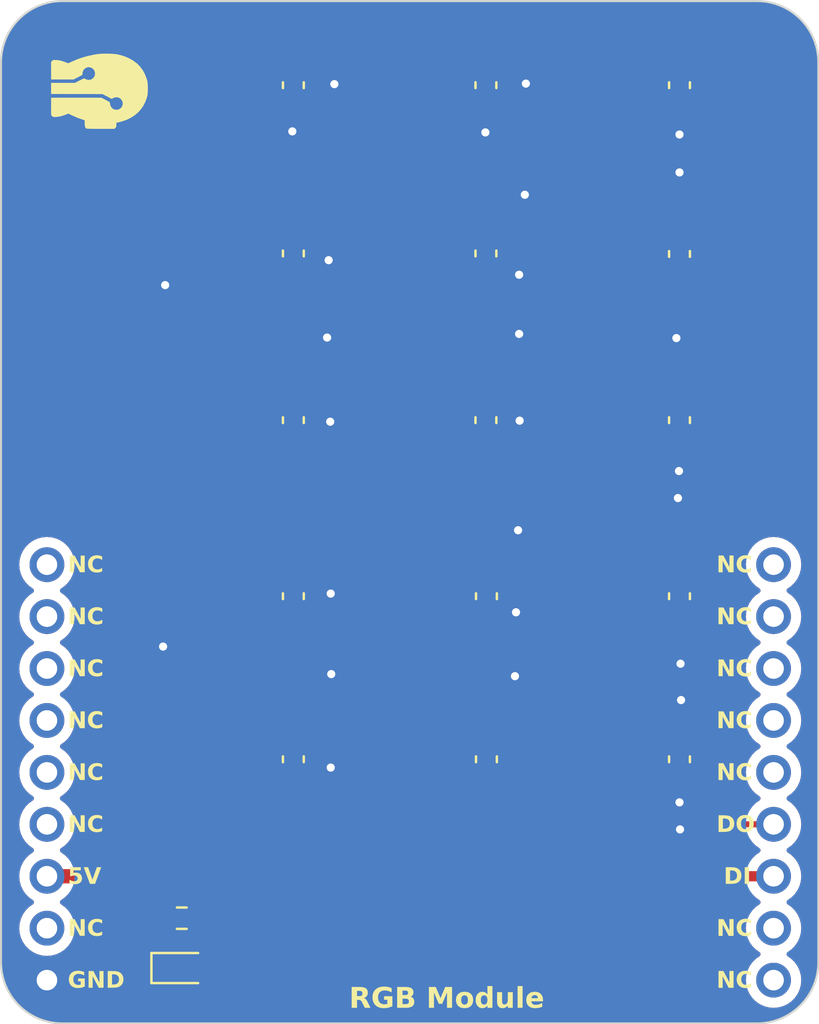
<source format=kicad_pcb>
(kicad_pcb (version 20221018) (generator pcbnew)
  (layers (0 "F.Cu" signal) (31 "B.Cu" signal) (34 "B.Paste" user) (35 "F.Paste" user) (36 "B.SilkS" user "B.Silkscreen") (37 "F.SilkS" user "F.Silkscreen") (38 "B.Mask" user) (39 "F.Mask" user) (44 "Edge.Cuts" user))
  (net 0 "")
  (net 1 "+5V")
  (net 2 "GND")
  (net 3 "Net-(D1-DOUT)")
  (net 4 "DIN")
  (net 5 "Net-(D2-DOUT)")
  (net 6 "Net-(D11-DOUT)")
  (net 7 "Net-(D3-DOUT)")
  (net 8 "Net-(D12-DOUT)")
  (net 9 "Net-(D4-DOUT)")
  (net 10 "Net-(D13-DOUT)")
  (net 11 "Net-(D10-DIN)")
  (net 12 "Net-(D14-DOUT)")
  (net 13 "Net-(D10-DOUT)")
  (net 14 "DOUT")
  (net 29 "Net-(D5-DOUT)")
  (net 30 "Net-(D6-DOUT)")
  (net 31 "Net-(D7-DOUT)")
  (net 32 "Net-(D8-DOUT)")
  (net 33 "Net-(D16-A)")
  (footprint "Capacitor_SMD:C_0603_1608Metric" (layer "F.Cu") (at 123.8504 74.168 -90)
    (fp_text reference "C1" hide)
    (fp_text value "0.1uF" hide)
    (pad "1" smd roundrect (at -0.775 0 270) (size 0.9 0.95) (layers "F.Cu" "F.Paste" "F.Mask") (net 1 "+5V"))
    (pad "2" smd roundrect (at 0.775 0 270) (size 0.9 0.95) (layers "F.Cu" "F.Paste" "F.Mask") (net 2 "GND"))
  )
  (footprint "LED_SMD:LED_WS2812B_PLCC4_5.0x5.0mm_P3.2mm" (layer "F.Cu") (at 110.617 51.054 -90)
    (fp_text reference "D11" hide)
    (fp_text value "WS2812B" hide)
    (pad "1" smd rect (at -2.45 -1.65 270) (size 1.5 0.9) (layers "F.Cu" "F.Paste" "F.Mask") (net 1 "+5V"))
    (pad "2" smd rect (at -2.45 1.65 270) (size 1.5 0.9) (layers "F.Cu" "F.Paste" "F.Mask") (net 6 "Net-(D11-DOUT)"))
    (pad "3" smd rect (at 2.45 1.65 270) (size 1.5 0.9) (layers "F.Cu" "F.Paste" "F.Mask") (net 2 "GND"))
    (pad "4" smd rect (at 2.45 -1.65 270) (size 1.5 0.9) (layers "F.Cu" "F.Paste" "F.Mask") (net 13 "Net-(D10-DOUT)"))
  )
  (footprint "Resistor_SMD:R_0603_1608Metric" (layer "F.Cu") (at 99.4918 81.9404)
    (fp_text reference "R1" hide)
    (fp_text value "470r" hide)
    (pad "1" smd roundrect (at -0.825 0) (size 0.8 0.95) (layers "F.Cu" "F.Paste" "F.Mask") (net 1 "+5V"))
    (pad "2" smd roundrect (at 0.825 0) (size 0.8 0.95) (layers "F.Cu" "F.Paste" "F.Mask") (net 33 "Net-(D16-A)"))
  )
  (footprint "Capacitor_SMD:C_0603_1608Metric" (layer "F.Cu") (at 123.8504 66.1924 -90)
    (fp_text reference "C6" hide)
    (fp_text value "0.1uF" hide)
    (pad "1" smd roundrect (at -0.775 0 270) (size 0.9 0.95) (layers "F.Cu" "F.Paste" "F.Mask") (net 1 "+5V"))
    (pad "2" smd roundrect (at 0.775 0 270) (size 0.9 0.95) (layers "F.Cu" "F.Paste" "F.Mask") (net 2 "GND"))
  )
  (footprint "LED_SMD:LED_0603_1608Metric" (layer "F.Cu") (at 99.4918 84.3788)
    (fp_text reference "D16" hide)
    (fp_text value "LED" hide)
    (pad "1" smd roundrect (at -0.7875 0) (size 0.875 0.95) (layers "F.Cu" "F.Paste" "F.Mask") (net 2 "GND"))
    (pad "2" smd roundrect (at 0.7875 0) (size 0.875 0.95) (layers "F.Cu" "F.Paste" "F.Mask") (net 33 "Net-(D16-A)"))
  )
  (footprint "Capacitor_SMD:C_0603_1608Metric" (layer "F.Cu") (at 104.9528 49.4284 -90)
    (fp_text reference "C10" hide)
    (fp_text value "0.1uF" hide)
    (pad "1" smd roundrect (at -0.775 0 270) (size 0.9 0.95) (layers "F.Cu" "F.Paste" "F.Mask") (net 1 "+5V"))
    (pad "2" smd roundrect (at 0.775 0 270) (size 0.9 0.95) (layers "F.Cu" "F.Paste" "F.Mask") (net 2 "GND"))
  )
  (footprint "Capacitor_SMD:C_0603_1608Metric" (layer "F.Cu") (at 114.3762 41.1988 -90)
    (fp_text reference "C14" hide)
    (fp_text value "0.1uF" hide)
    (pad "1" smd roundrect (at -0.775 0 270) (size 0.9 0.95) (layers "F.Cu" "F.Paste" "F.Mask") (net 1 "+5V"))
    (pad "2" smd roundrect (at 0.775 0 270) (size 0.9 0.95) (layers "F.Cu" "F.Paste" "F.Mask") (net 2 "GND"))
  )
  (footprint "Capacitor_SMD:C_0603_1608Metric" (layer "F.Cu") (at 114.3762 49.4284 -90)
    (fp_text reference "C11" hide)
    (fp_text value "0.1uF" hide)
    (pad "1" smd roundrect (at -0.775 0 270) (size 0.9 0.95) (layers "F.Cu" "F.Paste" "F.Mask") (net 1 "+5V"))
    (pad "2" smd roundrect (at 0.775 0 270) (size 0.9 0.95) (layers "F.Cu" "F.Paste" "F.Mask") (net 2 "GND"))
  )
  (footprint "Capacitor_SMD:C_0603_1608Metric" (layer "F.Cu") (at 114.4016 66.1924 -90)
    (fp_text reference "C5" hide)
    (fp_text value "0.1uF" hide)
    (pad "1" smd roundrect (at -0.775 0 270) (size 0.9 0.95) (layers "F.Cu" "F.Paste" "F.Mask") (net 1 "+5V"))
    (pad "2" smd roundrect (at 0.775 0 270) (size 0.9 0.95) (layers "F.Cu" "F.Paste" "F.Mask") (net 2 "GND"))
  )
  (footprint "Capacitor_SMD:C_0603_1608Metric" (layer "F.Cu") (at 104.9528 57.5818 -90)
    (fp_text reference "C9" hide)
    (fp_text value "0.1uF" hide)
    (pad "1" smd roundrect (at -0.775 0 270) (size 0.9 0.95) (layers "F.Cu" "F.Paste" "F.Mask") (net 1 "+5V"))
    (pad "2" smd roundrect (at 0.775 0 270) (size 0.9 0.95) (layers "F.Cu" "F.Paste" "F.Mask") (net 2 "GND"))
  )
  (footprint "Capacitor_SMD:C_0603_1608Metric" (layer "F.Cu") (at 104.9528 74.168 -90)
    (fp_text reference "C3" hide)
    (fp_text value "0.1uF" hide)
    (pad "1" smd roundrect (at -0.775 0 270) (size 0.9 0.95) (layers "F.Cu" "F.Paste" "F.Mask") (net 1 "+5V"))
    (pad "2" smd roundrect (at 0.775 0 270) (size 0.9 0.95) (layers "F.Cu" "F.Paste" "F.Mask") (net 2 "GND"))
  )
  (footprint "LED_SMD:LED_WS2812B_PLCC4_5.0x5.0mm_P3.2mm" (layer "F.Cu") (at 101.219 42.799 -90)
    (fp_text reference "D15" hide)
    (fp_text value "WS2812B" hide)
    (pad "1" smd rect (at -2.45 -1.65 270) (size 1.5 0.9) (layers "F.Cu" "F.Paste" "F.Mask") (net 1 "+5V"))
    (pad "2" smd rect (at -2.45 1.65 270) (size 1.5 0.9) (layers "F.Cu" "F.Paste" "F.Mask") (net 14 "DOUT"))
    (pad "3" smd rect (at 2.45 1.65 270) (size 1.5 0.9) (layers "F.Cu" "F.Paste" "F.Mask") (net 2 "GND"))
    (pad "4" smd rect (at 2.45 -1.65 270) (size 1.5 0.9) (layers "F.Cu" "F.Paste" "F.Mask") (net 12 "Net-(D14-DOUT)"))
  )
  (footprint "LED_SMD:LED_WS2812B_PLCC4_5.0x5.0mm_P3.2mm" (layer "F.Cu") (at 119.9896 75.8952 -90)
    (fp_text reference "D1" hide)
    (fp_text value "WS2812B" hide)
    (pad "1" smd rect (at -2.45 -1.65 270) (size 1.5 0.9) (layers "F.Cu" "F.Paste" "F.Mask") (net 1 "+5V"))
    (pad "2" smd rect (at -2.45 1.65 270) (size 1.5 0.9) (layers "F.Cu" "F.Paste" "F.Mask") (net 3 "Net-(D1-DOUT)"))
    (pad "3" smd rect (at 2.45 1.65 270) (size 1.5 0.9) (layers "F.Cu" "F.Paste" "F.Mask") (net 2 "GND"))
    (pad "4" smd rect (at 2.45 -1.65 270) (size 1.5 0.9) (layers "F.Cu" "F.Paste" "F.Mask") (net 4 "DIN"))
  )
  (footprint "Capacitor_SMD:C_0603_1608Metric" (layer "F.Cu") (at 104.9528 41.1988 -90)
    (fp_text reference "C15" hide)
    (fp_text value "0.1uF" hide)
    (pad "1" smd roundrect (at -0.775 0 270) (size 0.9 0.95) (layers "F.Cu" "F.Paste" "F.Mask") (net 1 "+5V"))
    (pad "2" smd roundrect (at 0.775 0 270) (size 0.9 0.95) (layers "F.Cu" "F.Paste" "F.Mask") (net 2 "GND"))
  )
  (footprint "LED_SMD:LED_WS2812B_PLCC4_5.0x5.0mm_P3.2mm" (layer "F.Cu") (at 110.617 59.3344 -90)
    (fp_text reference "D8" hide)
    (fp_text value "WS2812B" hide)
    (pad "1" smd rect (at -2.45 -1.65 270) (size 1.5 0.9) (layers "F.Cu" "F.Paste" "F.Mask") (net 1 "+5V"))
    (pad "2" smd rect (at -2.45 1.65 270) (size 1.5 0.9) (layers "F.Cu" "F.Paste" "F.Mask") (net 32 "Net-(D8-DOUT)"))
    (pad "3" smd rect (at 2.45 1.65 270) (size 1.5 0.9) (layers "F.Cu" "F.Paste" "F.Mask") (net 2 "GND"))
    (pad "4" smd rect (at 2.45 -1.65 270) (size 1.5 0.9) (layers "F.Cu" "F.Paste" "F.Mask") (net 31 "Net-(D7-DOUT)"))
  )
  (footprint "Capacitor_SMD:C_0603_1608Metric" (layer "F.Cu") (at 114.3762 57.5818 -90)
    (fp_text reference "C8" hide)
    (fp_text value "0.1uF" hide)
    (pad "1" smd roundrect (at -0.775 0 270) (size 0.9 0.95) (layers "F.Cu" "F.Paste" "F.Mask") (net 1 "+5V"))
    (pad "2" smd roundrect (at 0.775 0 270) (size 0.9 0.95) (layers "F.Cu" "F.Paste" "F.Mask") (net 2 "GND"))
  )
  (footprint "Capacitor_SMD:C_0603_1608Metric" (layer "F.Cu") (at 104.9528 66.1924 -90)
    (fp_text reference "C4" hide)
    (fp_text value "0.1uF" hide)
    (pad "1" smd roundrect (at -0.775 0 270) (size 0.9 0.95) (layers "F.Cu" "F.Paste" "F.Mask") (net 1 "+5V"))
    (pad "2" smd roundrect (at 0.775 0 270) (size 0.9 0.95) (layers "F.Cu" "F.Paste" "F.Mask") (net 2 "GND"))
  )
  (footprint "LED_SMD:LED_WS2812B_PLCC4_5.0x5.0mm_P3.2mm" (layer "F.Cu") (at 120.015 42.799 -90)
    (fp_text reference "D13" hide)
    (fp_text value "WS2812B" hide)
    (pad "1" smd rect (at -2.45 -1.65 270) (size 1.5 0.9) (layers "F.Cu" "F.Paste" "F.Mask") (net 1 "+5V"))
    (pad "2" smd rect (at -2.45 1.65 270) (size 1.5 0.9) (layers "F.Cu" "F.Paste" "F.Mask") (net 10 "Net-(D13-DOUT)"))
    (pad "3" smd rect (at 2.45 1.65 270) (size 1.5 0.9) (layers "F.Cu" "F.Paste" "F.Mask") (net 2 "GND"))
    (pad "4" smd rect (at 2.45 -1.65 270) (size 1.5 0.9) (layers "F.Cu" "F.Paste" "F.Mask") (net 8 "Net-(D12-DOUT)"))
  )
  (footprint "LED_SMD:LED_WS2812B_PLCC4_5.0x5.0mm_P3.2mm" (layer "F.Cu") (at 101.219 75.8952 -90)
    (fp_text reference "D3" hide)
    (fp_text value "WS2812B" hide)
    (pad "1" smd rect (at -2.45 -1.65 270) (size 1.5 0.9) (layers "F.Cu" "F.Paste" "F.Mask") (net 1 "+5V"))
    (pad "2" smd rect (at -2.45 1.65 270) (size 1.5 0.9) (layers "F.Cu" "F.Paste" "F.Mask") (net 7 "Net-(D3-DOUT)"))
    (pad "3" smd rect (at 2.45 1.65 270) (size 1.5 0.9) (layers "F.Cu" "F.Paste" "F.Mask") (net 2 "GND"))
    (pad "4" smd rect (at 2.45 -1.65 270) (size 1.5 0.9) (layers "F.Cu" "F.Paste" "F.Mask") (net 5 "Net-(D2-DOUT)"))
  )
  (footprint "Capacitor_SMD:C_0603_1608Metric" (layer "F.Cu") (at 114.4016 74.168 -90)
    (fp_text reference "C2" hide)
    (fp_text value "0.1uF" hide)
    (pad "1" smd roundrect (at -0.775 0 270) (size 0.9 0.95) (layers "F.Cu" "F.Paste" "F.Mask") (net 1 "+5V"))
    (pad "2" smd roundrect (at 0.775 0 270) (size 0.9 0.95) (layers "F.Cu" "F.Paste" "F.Mask") (net 2 "GND"))
  )
  (footprint "LED_SMD:LED_WS2812B_PLCC4_5.0x5.0mm_P3.2mm" (layer "F.Cu") (at 101.219 59.346 -90)
    (fp_text reference "D9" hide)
    (fp_text value "WS2812B" hide)
    (pad "1" smd rect (at -2.45 -1.65 270) (size 1.5 0.9) (layers "F.Cu" "F.Paste" "F.Mask") (net 1 "+5V"))
    (pad "2" smd rect (at -2.45 1.65 270) (size 1.5 0.9) (layers "F.Cu" "F.Paste" "F.Mask") (net 11 "Net-(D10-DIN)"))
    (pad "3" smd rect (at 2.45 1.65 270) (size 1.5 0.9) (layers "F.Cu" "F.Paste" "F.Mask") (net 2 "GND"))
    (pad "4" smd rect (at 2.45 -1.65 270) (size 1.5 0.9) (layers "F.Cu" "F.Paste" "F.Mask") (net 32 "Net-(D8-DOUT)"))
  )
  (footprint "Capacitor_SMD:C_0603_1608Metric" (layer "F.Cu") (at 123.8504 41.1988 -90)
    (fp_text reference "C13" hide)
    (fp_text value "0.1uF" hide)
    (pad "1" smd roundrect (at -0.775 0 270) (size 0.9 0.95) (layers "F.Cu" "F.Paste" "F.Mask") (net 1 "+5V"))
    (pad "2" smd roundrect (at 0.775 0 270) (size 0.9 0.95) (layers "F.Cu" "F.Paste" "F.Mask") (net 2 "GND"))
  )
  (footprint "LED_SMD:LED_WS2812B_PLCC4_5.0x5.0mm_P3.2mm" (layer "F.Cu") (at 110.617 75.8952 -90)
    (fp_text reference "D2" hide)
    (fp_text value "WS2812B" hide)
    (pad "1" smd rect (at -2.45 -1.65 270) (size 1.5 0.9) (layers "F.Cu" "F.Paste" "F.Mask") (net 1 "+5V"))
    (pad "2" smd rect (at -2.45 1.65 270) (size 1.5 0.9) (layers "F.Cu" "F.Paste" "F.Mask") (net 5 "Net-(D2-DOUT)"))
    (pad "3" smd rect (at 2.45 1.65 270) (size 1.5 0.9) (layers "F.Cu" "F.Paste" "F.Mask") (net 2 "GND"))
    (pad "4" smd rect (at 2.45 -1.65 270) (size 1.5 0.9) (layers "F.Cu" "F.Paste" "F.Mask") (net 3 "Net-(D1-DOUT)"))
  )
  (footprint "LED_SMD:LED_WS2812B_PLCC4_5.0x5.0mm_P3.2mm" (layer "F.Cu") (at 120.015 67.6402 -90)
    (fp_text reference "D6" hide)
    (fp_text value "WS2812B" hide)
    (pad "1" smd rect (at -2.45 -1.65 270) (size 1.5 0.9) (layers "F.Cu" "F.Paste" "F.Mask") (net 1 "+5V"))
    (pad "2" smd rect (at -2.45 1.65 270) (size 1.5 0.9) (layers "F.Cu" "F.Paste" "F.Mask") (net 30 "Net-(D6-DOUT)"))
    (pad "3" smd rect (at 2.45 1.65 270) (size 1.5 0.9) (layers "F.Cu" "F.Paste" "F.Mask") (net 2 "GND"))
    (pad "4" smd rect (at 2.45 -1.65 270) (size 1.5 0.9) (layers "F.Cu" "F.Paste" "F.Mask") (net 29 "Net-(D5-DOUT)"))
  )
  (footprint "LED_SMD:LED_WS2812B_PLCC4_5.0x5.0mm_P3.2mm" (layer "F.Cu") (at 110.617 42.926 -90)
    (fp_text reference "D14" hide)
    (fp_text value "WS2812B" hide)
    (pad "1" smd rect (at -2.45 -1.65 270) (size 1.5 0.9) (layers "F.Cu" "F.Paste" "F.Mask") (net 1 "+5V"))
    (pad "2" smd rect (at -2.45 1.65 270) (size 1.5 0.9) (layers "F.Cu" "F.Paste" "F.Mask") (net 12 "Net-(D14-DOUT)"))
    (pad "3" smd rect (at 2.45 1.65 270) (size 1.5 0.9) (layers "F.Cu" "F.Paste" "F.Mask") (net 2 "GND"))
    (pad "4" smd rect (at 2.45 -1.65 270) (size 1.5 0.9) (layers "F.Cu" "F.Paste" "F.Mask") (net 10 "Net-(D13-DOUT)"))
  )
  (footprint "LED_SMD:LED_WS2812B_PLCC4_5.0x5.0mm_P3.2mm" (layer "F.Cu") (at 120.015 59.3344 -90)
    (fp_text reference "D7" hide)
    (fp_text value "WS2812B" hide)
    (pad "1" smd rect (at -2.45 -1.65 270) (size 1.5 0.9) (layers "F.Cu" "F.Paste" "F.Mask") (net 1 "+5V"))
    (pad "2" smd rect (at -2.45 1.65 270) (size 1.5 0.9) (layers "F.Cu" "F.Paste" "F.Mask") (net 31 "Net-(D7-DOUT)"))
    (pad "3" smd rect (at 2.45 1.65 270) (size 1.5 0.9) (layers "F.Cu" "F.Paste" "F.Mask") (net 2 "GND"))
    (pad "4" smd rect (at 2.45 -1.65 270) (size 1.5 0.9) (layers "F.Cu" "F.Paste" "F.Mask") (net 30 "Net-(D6-DOUT)"))
  )
  (footprint "Capacitor_SMD:C_0603_1608Metric" (layer "F.Cu") (at 123.8504 57.5818 -90)
    (fp_text reference "C7" hide)
    (fp_text value "0.1uF" hide)
    (pad "1" smd roundrect (at -0.775 0 270) (size 0.9 0.95) (layers "F.Cu" "F.Paste" "F.Mask") (net 1 "+5V"))
    (pad "2" smd roundrect (at 0.775 0 270) (size 0.9 0.95) (layers "F.Cu" "F.Paste" "F.Mask") (net 2 "GND"))
  )
  (footprint "LED_SMD:LED_WS2812B_PLCC4_5.0x5.0mm_P3.2mm" (layer "F.Cu") (at 120.015 51.0794 -90)
    (fp_text reference "D12" hide)
    (fp_text value "WS2812B" hide)
    (pad "1" smd rect (at -2.45 -1.65 270) (size 1.5 0.9) (layers "F.Cu" "F.Paste" "F.Mask") (net 1 "+5V"))
    (pad "2" smd rect (at -2.45 1.65 270) (size 1.5 0.9) (layers "F.Cu" "F.Paste" "F.Mask") (net 8 "Net-(D12-DOUT)"))
    (pad "3" smd rect (at 2.45 1.65 270) (size 1.5 0.9) (layers "F.Cu" "F.Paste" "F.Mask") (net 2 "GND"))
    (pad "4" smd rect (at 2.45 -1.65 270) (size 1.5 0.9) (layers "F.Cu" "F.Paste" "F.Mask") (net 6 "Net-(D11-DOUT)"))
  )
  (footprint "LED_SMD:LED_WS2812B_PLCC4_5.0x5.0mm_P3.2mm" (layer "F.Cu") (at 101.219 51.0794 -90)
    (fp_text reference "D10" hide)
    (fp_text value "WS2812B" hide)
    (pad "1" smd rect (at -2.45 -1.65 270) (size 1.5 0.9) (layers "F.Cu" "F.Paste" "F.Mask") (net 1 "+5V"))
    (pad "2" smd rect (at -2.45 1.65 270) (size 1.5 0.9) (layers "F.Cu" "F.Paste" "F.Mask") (net 13 "Net-(D10-DOUT)"))
    (pad "3" smd rect (at 2.45 1.65 270) (size 1.5 0.9) (layers "F.Cu" "F.Paste" "F.Mask") (net 2 "GND"))
    (pad "4" smd rect (at 2.45 -1.65 270) (size 1.5 0.9) (layers "F.Cu" "F.Paste" "F.Mask") (net 11 "Net-(D10-DIN)"))
  )
  (footprint "LED_SMD:LED_WS2812B_PLCC4_5.0x5.0mm_P3.2mm" (layer "F.Cu") (at 101.218 67.6264 -90)
    (fp_text reference "D4" hide)
    (fp_text value "WS2812B" hide)
    (pad "1" smd rect (at -2.45 -1.65 270) (size 1.5 0.9) (layers "F.Cu" "F.Paste" "F.Mask") (net 1 "+5V"))
    (pad "2" smd rect (at -2.45 1.65 270) (size 1.5 0.9) (layers "F.Cu" "F.Paste" "F.Mask") (net 9 "Net-(D4-DOUT)"))
    (pad "3" smd rect (at 2.45 1.65 270) (size 1.5 0.9) (layers "F.Cu" "F.Paste" "F.Mask") (net 2 "GND"))
    (pad "4" smd rect (at 2.45 -1.65 270) (size 1.5 0.9) (layers "F.Cu" "F.Paste" "F.Mask") (net 7 "Net-(D3-DOUT)"))
  )
  (footprint "Moduler_:pin_header_5-3" (layer "F.Cu") (at 110.64463 74.841433)
    (fp_text reference "U1" hide)
    (fp_text value "~" hide)
    (fp_text user "NC" (at 15.014634 -9.683598 unlocked) (layer "F.SilkS") (effects (font (size 0.8 0.8) (thickness 0.2) bold) (justify left bottom)))
    (fp_text user "NC" (at 15.014634 8.096402 unlocked) (layer "F.SilkS") (effects (font (size 0.8 0.8) (thickness 0.2) bold) (justify left bottom)))
    (fp_text user "DI" (at 15.367 5.556402 unlocked) (layer "F.SilkS") (effects (font (size 0.8 0.8) (thickness 0.2) bold) (justify left bottom)))
    (fp_text user "NC" (at -16.735366 -9.683598 unlocked) (layer "F.SilkS") (effects (font (size 0.8 0.8) (thickness 0.2) bold) (justify left bottom)))
    (fp_text user "NC" (at 15.014634 10.636402 unlocked) (layer "F.SilkS") (effects (font (size 0.8 0.8) (thickness 0.2) bold) (justify left bottom)))
    (fp_text user "NC" (at 15.014634 -7.143598 unlocked) (layer "F.SilkS") (effects (font (size 0.8 0.8) (thickness 0.2) bold) (justify left bottom)))
    (fp_text user "NC" (at -16.735366 3.016402 unlocked) (layer "F.SilkS") (effects (font (size 0.8 0.8) (thickness 0.2) bold) (justify left bottom)))
    (fp_text user "RGB Module" (at -2.967336 11.651391 unlocked) (layer "F.SilkS") (effects (font (thickness 0.2) bold) (justify left bottom)))
    (fp_text user "NC" (at -16.735366 -7.143598 unlocked) (layer "F.SilkS") (effects (font (size 0.8 0.8) (thickness 0.2) bold) (justify left bottom)))
    (fp_text user "NC" (at 15.014634 0.476402 unlocked) (layer "F.SilkS") (effects (font (size 0.8 0.8) (thickness 0.2) bold) (justify left bottom)))
    (fp_text user "NC" (at -16.735366 8.096402 unlocked) (layer "F.SilkS") (effects (font (size 0.8 0.8) (thickness 0.2) bold) (justify left bottom)))
    (fp_text user "NC" (at -16.735366 -7.143598 unlocked) (layer "F.SilkS") (effects (font (size 0.8 0.8) (thickness 0.2) bold) (justify left bottom)))
    (fp_text user "NC" (at 15.014634 -4.603598 unlocked) (layer "F.SilkS") (effects (font (size 0.8 0.8) (thickness 0.2) bold) (justify left bottom)))
    (fp_text user "5V" (at -16.735366 5.556402 unlocked) (layer "F.SilkS") (effects (font (size 0.8 0.8) (thickness 0.2) bold) (justify left bottom)))
    (fp_text user "NC" (at 15.014634 10.636402 unlocked) (layer "F.SilkS") (effects (font (size 0.8 0.8) (thickness 0.2) bold) (justify left bottom)))
    (fp_text user "NC" (at 15.014634 0.476402 unlocked) (layer "F.SilkS") (effects (font (size 0.8 0.8) (thickness 0.2) bold) (justify left bottom)))
    (fp_text user "NC" (at 15.014634 8.096402 unlocked) (layer "F.SilkS") (effects (font (size 0.8 0.8) (thickness 0.2) bold) (justify left bottom)))
    (fp_text user "NC" (at 15.014634 -2.063598 unlocked) (layer "F.SilkS") (effects (font (size 0.8 0.8) (thickness 0.2) bold) (justify left bottom)))
    (fp_text user "NC" (at 15.014634 -4.603598 unlocked) (layer "F.SilkS") (effects (font (size 0.8 0.8) (thickness 0.2) bold) (justify left bottom)))
    (fp_text user "NC" (at 15.014634 -2.063598 unlocked) (layer "F.SilkS") (effects (font (size 0.8 0.8) (thickness 0.2) bold) (justify left bottom)))
    (fp_text user "GND" (at -16.735366 10.636402 unlocked) (layer "F.SilkS") (effects (font (size 0.8 0.8) (thickness 0.2) bold) (justify left bottom)))
    (fp_text user "NC" (at -16.735366 -2.063598 unlocked) (layer "F.SilkS") (effects (font (size 0.8 0.8) (thickness 0.2) bold) (justify left bottom)))
    (fp_text user "NC" (at 15.014634 -9.683598 unlocked) (layer "F.SilkS") (effects (font (size 0.8 0.8) (thickness 0.2) bold) (justify left bottom)))
    (fp_text user "NC" (at -16.735366 -4.603598 unlocked) (layer "F.SilkS") (effects (font (size 0.8 0.8) (thickness 0.2) bold) (justify left bottom)))
    (fp_text user "NC" (at 15.014634 -7.143598 unlocked) (layer "F.SilkS") (effects (font (size 0.8 0.8) (thickness 0.2) bold) (justify left bottom)))
    (fp_text user "DO" (at 15.014634 3.016402 unlocked) (layer "F.SilkS") (effects (font (size 0.8 0.8) (thickness 0.2) bold) (justify left bottom)))
    (fp_text user "NC" (at -16.735366 -2.063598 unlocked) (layer "F.SilkS") (effects (font (size 0.8 0.8) (thickness 0.2) bold) (justify left bottom)))
    (fp_text user "NC" (at -16.735366 -4.603598 unlocked) (layer "F.SilkS") (effects (font (size 0.8 0.8) (thickness 0.2) bold) (justify left bottom)))
    (fp_text user "NC" (at -16.735366 0.476402 unlocked) (layer "F.SilkS") (effects (font (size 0.8 0.8) (thickness 0.2) bold) (justify left bottom)))
    (fp_poly (pts (xy 17.154627 -37.750531) (xy 17.306893 -37.738952) (xy 17.456945 -37.719884) (xy 17.604595 -37.693514) (xy 17.749655 -37.660032) (xy 17.891935 -37.619627) (xy 18.031248 -37.572485) (xy 18.167406 -37.518797) (xy 18.300219 -37.458749) (xy 18.429499 -37.392531) (xy 18.555059 -37.320331) (xy 18.676709 -37.242337) (xy 18.794262 -37.158739) (xy 18.907528 -37.069723) (xy 19.01632 -36.975479) (xy 19.120449 -36.876195) (xy 19.219726 -36.772059) (xy 19.313964 -36.66326) (xy 19.402974 -36.549986) (xy 19.486568 -36.432426) (xy 19.564556 -36.310768) (xy 19.636751 -36.1852) (xy 19.702965 -36.055911) (xy 19.763009 -35.923089) (xy 19.816694 -35.786922) (xy 19.863832 -35.6476) (xy 19.904235 -35.50531) (xy 19.937715 -35.360241) (xy 19.964083 -35.212581) (xy 19.98315 -35.062518) (xy 19.994728 -34.910242) (xy 19.99863 -34.755939) (xy 19.99863 9.244306) (xy 19.994728 9.398609) (xy 19.98315 9.550885) (xy 19.964083 9.700948) (xy 19.937715 9.848608) (xy 19.904235 9.993677) (xy 19.863832 10.135968) (xy 19.816694 10.27529) (xy 19.763009 10.411456) (xy 19.702965 10.544278) (xy 19.636751 10.673567) (xy 19.564556 10.799135) (xy 19.486568 10.920794) (xy 19.402974 11.038354) (xy 19.313964 11.151628) (xy 19.219726 11.260427) (xy 19.120449 11.364562) (xy 19.01632 11.463846) (xy 18.907528 11.55809) (xy 18.794262 11.647106) (xy 18.676709 11.730705) (xy 18.555059 11.808698) (xy 18.429499 11.880898) (xy 18.300219 11.947116) (xy 18.167406 12.007163) (xy 18.031248 12.060852) (xy 17.891935 12.107993) (xy 17.749655 12.148399) (xy 17.604595 12.181881) (xy 17.456945 12.20825) (xy 17.306893 12.227319) (xy 17.154627 12.238898) (xy 17.000335 12.2428) (xy -17.000335 12.2428) (xy -17.154626 12.238898) (xy -17.306893 12.227319) (xy -17.456945 12.20825) (xy -17.604596 12.181881) (xy -17.749655 12.148399) (xy -17.891936 12.107993) (xy -18.031249 12.060852) (xy -18.167406 12.007163) (xy -18.30022 11.947116) (xy -18.4295 11.880898) (xy -18.55506 11.808698) (xy -18.67671 11.730705) (xy -18.794262 11.647106) (xy -18.907529 11.55809) (xy -19.016321 11.463846) (xy -19.120449 11.364562) (xy -19.219727 11.260427) (xy -19.313965 11.151628) (xy -19.402975 11.038354) (xy -19.486568 10.920794) (xy -19.564556 10.799135) (xy -19.636752 10.673567) (xy -19.702965 10.544278) (xy -19.763009 10.411456) (xy -19.816694 10.27529) (xy -19.863832 10.135968) (xy -19.904235 9.993677) (xy -19.937715 9.848608) (xy -19.964083 9.700948) (xy -19.98315 9.550885) (xy -19.994728 9.398609) (xy -19.99863 9.244306) (xy -19.99863 -34.755939) (xy -19.994728 -34.910242) (xy -19.98315 -35.062518) (xy -19.964083 -35.212581) (xy -19.937715 -35.360241) (xy -19.904235 -35.50531) (xy -19.863832 -35.6476) (xy -19.816694 -35.786922) (xy -19.763009 -35.923089) (xy -19.702965 -36.055911) (xy -19.636752 -36.1852) (xy -19.564556 -36.310768) (xy -19.486568 -36.432426) (xy -19.402975 -36.549986) (xy -19.313965 -36.66326) (xy -19.219727 -36.772059) (xy -19.120449 -36.876195) (xy -19.016321 -36.975479) (xy -18.907529 -37.069723) (xy -18.794262 -37.158739) (xy -18.67671 -37.242337) (xy -18.55506 -37.320331) (xy -18.4295 -37.392531) (xy -18.30022 -37.458749) (xy -18.167406 -37.518797) (xy -18.031249 -37.572485) (xy -17.891936 -37.619627) (xy -17.749655 -37.660032) (xy -17.604596 -37.693514) (xy -17.456945 -37.719884) (xy -17.306893 -37.738952) (xy -17.154626 -37.750531) (xy -17.000335 -37.754433) (xy 17.000335 -37.754433)) (stroke (width 0.1)) (fill none) (layer "Edge.Cuts"))
    (pad "1" thru_hole oval (at -17.751366 -10.191598) (size 1.7 1.7) (drill 1) (layers "*.Cu" "*.Mask"))
    (pad "1" thru_hole oval (at -17.751366 -10.191598) (size 1.7 1.7) (drill 1) (layers "*.Cu" "*.Mask"))
    (pad "2" thru_hole oval (at -17.751366 -7.651598) (size 1.7 1.7) (drill 1) (layers "*.Cu" "*.Mask"))
    (pad "2" thru_hole oval (at -17.751366 -7.651598) (size 1.7 1.7) (drill 1) (layers "*.Cu" "*.Mask"))
    (pad "3" thru_hole oval (at -17.751366 -5.111598) (size 1.7 1.7) (drill 1) (layers "*.Cu" "*.Mask"))
    (pad "3" thru_hole oval (at -17.751366 -5.111598) (size 1.7 1.7) (drill 1) (layers "*.Cu" "*.Mask"))
    (pad "4" thru_hole oval (at -17.751366 -2.571598) (size 1.7 1.7) (drill 1) (layers "*.Cu" "*.Mask"))
    (pad "4" thru_hole oval (at -17.751366 -2.571598) (size 1.7 1.7) (drill 1) (layers "*.Cu" "*.Mask"))
    (pad "5" thru_hole oval (at -17.751366 -0.031598) (size 1.7 1.7) (drill 1) (layers "*.Cu" "*.Mask"))
    (pad "5" thru_hole oval (at -17.751366 -0.031598) (size 1.7 1.7) (drill 1) (layers "*.Cu" "*.Mask"))
    (pad "6" thru_hole oval (at -17.751366 2.508402) (size 1.7 1.7) (drill 1) (layers "*.Cu" "*.Mask"))
    (pad "6" thru_hole oval (at -17.751366 2.508402) (size 1.7 1.7) (drill 1) (layers "*.Cu" "*.Mask"))
    (pad "7" thru_hole oval (at -17.751366 5.048402) (size 1.7 1.7) (drill 1) (layers "*.Cu" "*.Mask") (net 1 "+5V"))
    (pad "7" thru_hole oval (at -17.751366 5.048402) (size 1.7 1.7) (drill 1) (layers "*.Cu" "*.Mask") (net 1 "+5V"))
    (pad "8" thru_hole oval (at -17.751366 7.588402) (size 1.7 1.7) (drill 1) (layers "*.Cu" "*.Mask"))
    (pad "8" thru_hole oval (at -17.751366 7.588402) (size 1.7 1.7) (drill 1) (layers "*.Cu" "*.Mask"))
    (pad "9" thru_hole oval (at -17.751366 10.128402) (size 1.7 1.7) (drill 1) (layers "*.Cu" "*.Mask") (net 2 "GND"))
    (pad "9" thru_hole oval (at -17.751366 10.128402) (size 1.7 1.7) (drill 1) (layers "*.Cu" "*.Mask") (net 2 "GND"))
    (pad "10" thru_hole oval (at 17.808634 10.128402) (size 1.7 1.7) (drill 1) (layers "*.Cu" "*.Mask"))
    (pad "10" thru_hole oval (at 17.808634 10.128402) (size 1.7 1.7) (drill 1) (layers "*.Cu" "*.Mask"))
    (pad "11" thru_hole oval (at 17.808634 7.588402) (size 1.7 1.7) (drill 1) (layers "*.Cu" "*.Mask"))
    (pad "11" thru_hole oval (at 17.808634 7.588402) (size 1.7 1.7) (drill 1) (layers "*.Cu" "*.Mask"))
    (pad "12" thru_hole oval (at 17.808634 5.048402) (size 1.7 1.7) (drill 1) (layers "*.Cu" "*.Mask") (net 4 "DIN"))
    (pad "12" thru_hole oval (at 17.808634 5.048402) (size 1.7 1.7) (drill 1) (layers "*.Cu" "*.Mask") (net 4 "DIN"))
    (pad "13" thru_hole oval (at 17.808634 2.508402) (size 1.7 1.7) (drill 1) (layers "*.Cu" "*.Mask") (net 14 "DOUT"))
    (pad "13" thru_hole oval (at 17.808634 2.508402) (size 1.7 1.7) (drill 1) (layers "*.Cu" "*.Mask") (net 14 "DOUT"))
    (pad "14" thru_hole oval (at 17.808634 -0.031598) (size 1.7 1.7) (drill 1) (layers "*.Cu" "*.Mask"))
    (pad "14" thru_hole oval (at 17.808634 -0.031598) (size 1.7 1.7) (drill 1) (layers "*.Cu" "*.Mask"))
    (pad "15" thru_hole oval (at 17.808634 -2.571598) (size 1.7 1.7) (drill 1) (layers "*.Cu" "*.Mask"))
    (pad "15" thru_hole oval (at 17.808634 -2.571598) (size 1.7 1.7) (drill 1) (layers "*.Cu" "*.Mask"))
    (pad "16" thru_hole oval (at 17.808634 -5.111598) (size 1.7 1.7) (drill 1) (layers "*.Cu" "*.Mask"))
    (pad "16" thru_hole oval (at 17.808634 -5.111598) (size 1.7 1.7) (drill 1) (layers "*.Cu" "*.Mask"))
    (pad "17" thru_hole oval (at 17.808634 -7.651598) (size 1.7 1.7) (drill 1) (layers "*.Cu" "*.Mask"))
    (pad "17" thru_hole oval (at 17.808634 -7.651598) (size 1.7 1.7) (drill 1) (layers "*.Cu" "*.Mask"))
    (pad "18" thru_hole oval (at 17.808634 -10.191598) (size 1.7 1.7) (drill 1) (layers "*.Cu" "*.Mask"))
    (pad "18" thru_hole oval (at 17.808634 -10.191598) (size 1.7 1.7) (drill 1) (layers "*.Cu" "*.Mask"))
  )
  (footprint "LED_SMD:LED_WS2812B_PLCC4_5.0x5.0mm_P3.2mm" (layer "F.Cu") (at 110.617 67.6402 -90)
    (fp_text reference "D5" hide)
    (fp_text value "WS2812B" hide)
    (pad "1" smd rect (at -2.45 -1.65 270) (size 1.5 0.9) (layers "F.Cu" "F.Paste" "F.Mask") (net 1 "+5V"))
    (pad "2" smd rect (at -2.45 1.65 270) (size 1.5 0.9) (layers "F.Cu" "F.Paste" "F.Mask") (net 29 "Net-(D5-DOUT)"))
    (pad "3" smd rect (at 2.45 1.65 270) (size 1.5 0.9) (layers "F.Cu" "F.Paste" "F.Mask") (net 2 "GND"))
    (pad "4" smd rect (at 2.45 -1.65 270) (size 1.5 0.9) (layers "F.Cu" "F.Paste" "F.Mask") (net 9 "Net-(D4-DOUT)"))
  )
  (footprint "Capacitor_SMD:C_0603_1608Metric" (layer "F.Cu") (at 123.8504 49.4538 -90)
    (fp_text reference "C12" hide)
    (fp_text value "0.1uF" hide)
    (pad "1" smd roundrect (at -0.775 0 270) (size 0.9 0.95) (layers "F.Cu" "F.Paste" "F.Mask") (net 1 "+5V"))
    (pad "2" smd roundrect (at 0.775 0 270) (size 0.9 0.95) (layers "F.Cu" "F.Paste" "F.Mask") (net 2 "GND"))
  )
  (segment (start 115.3668 38.6334) (end 121.0564 38.6334) (width 0.7) (layer "F.Cu") (net 1))
  (segment (start 114.324 56.859) (end 114.3762 56.8068) (width 0.7) (layer "F.Cu") (net 1))
  (segment (start 96.8502 45.847) (end 102.3482 40.349) (width 0.7) (layer "F.Cu") (net 1))
  (segment (start 96.8502 80.645) (end 98.1456 81.9404) (width 0.7) (layer "F.Cu") (net 1))
  (segment (start 114.3494 73.4452) (end 114.4016 73.393) (width 0.7) (layer "F.Cu") (net 1))
  (segment (start 112.267 39.2694) (end 112.267 40.476) (width 0.7) (layer "F.Cu") (net 1))
  (segment (start 96.8502 79.43947) (end 96.8502 76.327) (width 0.7) (layer "F.Cu") (net 1))
  (segment (start 112.267 47.5986) (end 112.267 48.604) (width 0.7) (layer "F.Cu") (net 1))
  (segment (start 104.9528 40.4238) (end 104.9528 39.7256) (width 0.7) (layer "F.Cu") (net 1))
  (segment (start 106.0704 71.8312) (end 111.506 71.8312) (width 0.7) (layer "F.Cu") (net 1))
  (segment (start 120.8786 55.2196) (end 121.665 56.006) (width 0.7) (layer "F.Cu") (net 1))
  (segment (start 104.9528 39.7256) (end 105.8672 38.8112) (width 0.7) (layer "F.Cu") (net 1))
  (segment (start 104.878 56.732) (end 104.9528 56.8068) (width 0.7) (layer "F.Cu") (net 1))
  (segment (start 114.3268 48.604) (end 114.3762 48.6534) (width 0.7) (layer "F.Cu") (net 1))
  (segment (start 106.54 55.2196) (end 111.7346 55.2196) (width 0.7) (layer "F.Cu") (net 1))
  (segment (start 121.665 56.732) (end 123.7756 56.732) (width 0.7) (layer "F.Cu") (net 1))
  (segment (start 96.8502 47.9806) (end 96.8502 46.99) (width 0.7) (layer "F.Cu") (net 1))
  (segment (start 105.6132 63.7286) (end 111.7092 63.7286) (width 0.7) (layer "F.Cu") (net 1))
  (segment (start 112.268 39.2684) (end 112.267 39.2694) (width 0.7) (layer "F.Cu") (net 1))
  (segment (start 102.2858 63.7032) (end 102.86 64.2774) (width 0.7) (layer "F.Cu") (net 1))
  (segment (start 102.869 47.5478) (end 102.869 48.6294) (width 0.7) (layer "F.Cu") (net 1))
  (segment (start 105.8672 38.8112) (end 111.8108 38.8112) (width 0.7) (layer "F.Cu") (net 1))
  (segment (start 96.8502 79.43947) (end 96.8502 80.645) (width 0.7) (layer "F.Cu") (net 1))
  (segment (start 121.665 49.3786) (end 121.665 48.6294) (width 0.7) (layer "F.Cu") (net 1))
  (segment (start 114.4016 72.7075) (end 115.2525 71.8566) (width 0.7) (layer "F.Cu") (net 1))
  (segment (start 96.8502 65.1764) (end 96.8502 59.1566) (width 0.7) (layer "F.Cu") (net 1))
  (segment (start 112.28 65.4304) (end 114.3886 65.4304) (width 0.7) (layer "F.Cu") (net 1))
  (segment (start 117.8546 67.1576) (end 120.7192 67.1576) (width 0.7) (layer "F.Cu") (net 1))
  (segment (start 116.0918 48.6534) (end 117.8574 50.419) (width 0.7) (layer "F.Cu") (net 1))
  (segment (start 102.235 46.9138) (end 102.869 47.5478) (width 0.7) (layer "F.Cu") (net 1))
  (segment (start 97.8662 59.5122) (end 99.5426 59.5122) (width 0.7) (layer "F.Cu") (net 1))
  (segment (start 121.665 39.242) (end 121.665 40.349) (width 0.7) (layer "F.Cu") (net 1))
  (segment (start 121.665 48.6294) (end 123.801 48.6294) (width 0.7) (layer "F.Cu") (net 1))
  (segment (start 102.3228 56.732) (end 104.878 56.732) (width 0.7) (layer "F.Cu") (net 1))
  (segment (start 112.3442 56.7818) (end 112.267 56.859) (width 0.7) (layer "F.Cu") (net 1))
  (segment (start 102.3412 73.4452) (end 104.9006 73.4452) (width 0.7) (layer "F.Cu") (net 1))
  (segment (start 114.4016 73.393) (end 114.4016 72.7075) (width 0.7) (layer "F.Cu") (net 1))
  (segment (start 96.4692 79.82047) (end 96.8502 79.43947) (width 0.7) (layer "F.Cu") (net 1))
  (segment (start 111.506 71.8312) (end 112.267 72.5922) (width 0.7) (layer "F.Cu") (net 1))
  (segment (start 102.86 65.4558) (end 104.9144 65.4558) (width 0.7) (layer "F.Cu") (net 1))
  (segment (start 112.267 40.476) (end 114.324 40.476) (width 0.7) (layer "F.Cu") (net 1))
  (segment (start 114.3762 39.624) (end 115.3668 38.6334) (width 0.7) (layer "F.Cu") (net 1))
  (segment (start 104.878 40.349) (end 104.9528 40.4238) (width 0.7) (layer "F.Cu") (net 1))
  (segment (start 96.8502 46.99) (end 96.9264 46.9138) (width 0.7) (layer "F.Cu") (net 1))
  (segment (start 105.8418 46.99) (end 111.6584 46.99) (width 0.7) (layer "F.Cu") (net 1))
  (segment (start 116.1144 65.4174) (end 117.8546 67.1576) (width 0.7) (layer "F.Cu") (net 1))
  (segment (start 112.28 64.2994) (end 112.28 65.4304) (width 0.7) (layer "F.Cu") (net 1))
  (segment (start 96.399835 79.889835) (end 96.4692 79.82047) (width 0.7) (layer "F.Cu") (net 1))
  (segment (start 114.4016 65.4174) (end 116.1144 65.4174) (width 0.7) (layer "F.Cu") (net 1))
  (segment (start 121.665 56.006) (end 121.665 56.732) (width 0.7) (layer "F.Cu") (net 1))
  (segment (start 96.8502 60.5282) (end 97.8662 59.5122) (width 0.7) (layer "F.Cu") (net 1))
  (segment (start 121.0056 71.8566) (end 121.6396 72.4906) (width 0.7) (layer "F.Cu") (net 1))
  (segment (start 123.7982 73.4452) (end 123.8504 73.393) (width 0.7) (layer "F.Cu") (net 1))
  (segment (start 102.86 64.2774) (end 102.86 65.4558) (width 0.7) (layer "F.Cu") (net 1))
  (segment (start 121.6396 73.4452) (end 123.7982 73.4452) (width 0.7) (layer "F.Cu") (net 1))
  (segment (start 121.665 40.349) (end 123.7756 40.349) (width 0.7) (layer "F.Cu") (net 1))
  (segment (start 104.9528 56.8068) (end 106.54 55.2196) (width 0.7) (layer "F.Cu") (net 1))
  (segment (start 99.5426 59.5122) (end 102.3228 56.732) (width 0.7) (layer "F.Cu") (net 1))
  (segment (start 112.267 48.604) (end 114.3268 48.604) (width 0.7) (layer "F.Cu") (net 1))
  (segment (start 104.9528 48.6534) (end 104.9528 47.879) (width 0.7) (layer "F.Cu") (net 1))
  (segment (start 123.7756 40.349) (end 123.8504 40.4238) (width 0.7) (layer "F.Cu") (net 1))
  (segment (start 111.6584 46.99) (end 112.267 47.5986) (width 0.7) (layer "F.Cu") (net 1))
  (segment (start 98.1202 63.7032) (end 102.2858 63.7032) (width 0.7) (layer "F.Cu") (net 1))
  (segment (start 114.3762 40.4238) (end 114.3762 39.624) (width 0.7) (layer "F.Cu") (net 1))
  (segment (start 102.869 48.6294) (end 104.9288 48.6294) (width 0.7) (layer "F.Cu") (net 1))
  (segment (start 111.7092 63.7286) (end 112.28 64.2994) (width 0.7) (layer "F.Cu") (net 1))
  (segment (start 99.7134 76.073) (end 102.3412 73.4452) (width 0.7) (layer "F.Cu") (net 1))
  (segment (start 96.9264 46.9138) (end 102.235 46.9138) (width 0.7) (layer "F.Cu") (net 1))
  (segment (start 121.665 66.2118) (end 121.665 65.1902) (width 0.7) (layer "F.Cu") (net 1))
  (segment (start 123.7756 56.732) (end 123.8504 56.8068) (width 0.7) (layer "F.Cu") (net 1))
  (segment (start 104.9528 47.879) (end 105.8418 46.99) (width 0.7) (layer "F.Cu") (net 1))
  (segment (start 123.801 48.6294) (end 123.8504 48.6788) (width 0.7) (layer "F.Cu") (net 1))
  (segment (start 96.8502 47.9806) (end 96.8502 45.847) (width 0.7) (layer "F.Cu") (net 1))
  (segment (start 115.2525 71.8566) (end 121.0056 71.8566) (width 0.7) (layer "F.Cu") (net 1))
  (segment (start 104.9528 64.389) (end 105.6132 63.7286) (width 0.7) (layer "F.Cu") (net 1))
  (segment (start 98.1456 81.9404) (end 98.6668 81.9404) (width 0.7) (layer "F.Cu") (net 1))
  (segment (start 114.3886 65.4304) (end 114.4016 65.4174) (width 0.7) (layer "F.Cu") (net 1))
  (segment (start 104.9006 73.4452) (end 104.9528 73.393) (width 0.7) (layer "F.Cu") (net 1))
  (segment (start 121.0564 38.6334) (end 121.665 39.242) (width 0.7) (layer "F.Cu") (net 1))
  (segment (start 111.7346 55.2196) (end 112.3442 55.8292) (width 0.7) (layer "F.Cu") (net 1))
  (segment (start 112.267 73.4452) (end 114.3494 73.4452) (width 0.7) (layer "F.Cu") (net 1))
  (segment (start 104.9288 48.6294) (end 104.9528 48.6534) (width 0.7) (layer "F.Cu") (net 1))
  (segment (start 121.6396 72.4906) (end 121.6396 73.4452) (width 0.7) (layer "F.Cu") (net 1))
  (segment (start 114.324 40.476) (end 114.3762 40.4238) (width 0.7) (layer "F.Cu") (net 1))
  (segment (start 102.3482 40.349) (end 102.869 40.349) (width 0.7) (layer "F.Cu") (net 1))
  (segment (start 114.3762 56.8068) (end 114.3762 55.9816) (width 0.7) (layer "F.Cu") (net 1))
  (segment (start 104.9528 73.393) (end 104.9528 72.9488) (width 0.7) (layer "F.Cu") (net 1))
  (segment (start 97.1042 76.073) (end 99.7134 76.073) (width 0.7) (layer "F.Cu") (net 1))
  (segment (start 102.869 40.349) (end 104.878 40.349) (width 0.7) (layer "F.Cu") (net 1))
  (segment (start 117.8574 50.419) (end 120.6246 50.419) (width 0.7) (layer "F.Cu") (net 1))
  (segment (start 112.3442 55.8292) (end 112.3442 56.7818) (width 0.7) (layer "F.Cu") (net 1))
  (segment (start 114.3762 48.6534) (end 116.0918 48.6534) (width 0.7) (layer "F.Cu") (net 1))
  (segment (start 96.8502 62.1538) (end 96.8502 60.5282) (width 0.7) (layer "F.Cu") (net 1))
  (segment (start 123.6232 65.1902) (end 123.8504 65.4174) (width 0.7) (layer "F.Cu") (net 1))
  (segment (start 115.1382 55.2196) (end 120.8786 55.2196) (width 0.7) (layer "F.Cu") (net 1))
  (segment (start 112.267 72.5922) (end 112.267 73.4452) (width 0.7) (layer "F.Cu") (net 1))
  (segment (start 114.3762 55.9816) (end 115.1382 55.2196) (width 0.7) (layer "F.Cu") (net 1))
  (segment (start 96.8502 64.9732) (end 98.1202 63.7032) (width 0.7) (layer "F.Cu") (net 1))
  (segment (start 111.8108 38.8112) (end 112.268 39.2684) (width 0.7) (layer "F.Cu") (net 1))
  (segment (start 121.665 65.1902) (end 123.6232 65.1902) (width 0.7) (layer "F.Cu") (net 1))
  (segment (start 104.9528 65.4174) (end 104.9528 64.389) (width 0.7) (layer "F.Cu") (net 1))
  (segment (start 96.8502 59.1566) (end 96.8502 47.9806) (width 0.7) (layer "F.Cu") (net 1))
  (segment (start 104.9528 72.9488) (end 106.0704 71.8312) (width 0.7) (layer "F.Cu") (net 1))
  (segment (start 96.8502 65.1764) (end 96.8502 64.9732) (width 0.7) (layer "F.Cu") (net 1))
  (segment (start 120.7192 67.1576) (end 121.665 66.2118) (width 0.7) (layer "F.Cu") (net 1))
  (segment (start 92.893264 79.889835) (end 96.399835 79.889835) (width 0.7) (layer "F.Cu") (net 1))
  (segment (start 112.267 56.859) (end 114.324 56.859) (width 0.7) (layer "F.Cu") (net 1))
  (segment (start 96.8502 76.327) (end 96.8502 65.1764) (width 0.7) (layer "F.Cu") (net 1))
  (segment (start 104.9144 65.4558) (end 104.9528 65.4174) (width 0.7) (layer "F.Cu") (net 1))
  (segment (start 96.8502 76.327) (end 97.1042 76.073) (width 0.7) (layer "F.Cu") (net 1))
  (segment (start 120.6246 50.419) (end 121.665 49.3786) (width 0.7) (layer "F.Cu") (net 1))
  (via (at 123.8758 77.597) (size 0.8) (drill 0.4) (layers "F.Cu" "B.Cu") (net 2))
  (via (at 116.2812 46.5582) (size 0.8) (drill 0.4) (layers "F.Cu" "B.Cu") (net 2))
  (via (at 106.9594 41.148) (size 0.8) (drill 0.4) (layers "F.Cu" "B.Cu") (net 2))
  (via (at 116.0018 50.4698) (size 0.8) (drill 0.4) (layers "F.Cu" "B.Cu") (net 2))
  (via (at 106.6038 53.5432) (size 0.8) (drill 0.4) (layers "F.Cu" "B.Cu") (net 2))
  (via (at 98.679 50.9778) (size 0.8) (drill 0.4) (layers "F.Cu" "B.Cu") (net 2))
  (via (at 123.8504 76.2762) (size 0.8) (drill 0.4) (layers "F.Cu" "B.Cu") (net 2))
  (via (at 123.7742 61.3918) (size 0.8) (drill 0.4) (layers "F.Cu" "B.Cu") (net 2))
  (via (at 115.7986 70.104) (size 0.8) (drill 0.4) (layers "F.Cu" "B.Cu") (net 2))
  (via (at 123.8504 45.466) (size 0.8) (drill 0.4) (layers "F.Cu" "B.Cu") (net 2))
  (via (at 123.698 53.5686) (size 0.8) (drill 0.4) (layers "F.Cu" "B.Cu") (net 2))
  (via (at 106.68 49.7586) (size 0.8) (drill 0.4) (layers "F.Cu" "B.Cu") (net 2))
  (via (at 116.0272 57.6072) (size 0.8) (drill 0.4) (layers "F.Cu" "B.Cu") (net 2))
  (via (at 106.7562 57.658) (size 0.8) (drill 0.4) (layers "F.Cu" "B.Cu") (net 2))
  (via (at 123.9266 71.2724) (size 0.8) (drill 0.4) (layers "F.Cu" "B.Cu") (net 2))
  (via (at 106.7816 74.5744) (size 0.8) (drill 0.4) (layers "F.Cu" "B.Cu") (net 2))
  (via (at 114.3508 43.5102) (size 0.8) (drill 0.4) (layers "F.Cu" "B.Cu") (net 2))
  (via (at 106.807 70.0024) (size 0.8) (drill 0.4) (layers "F.Cu" "B.Cu") (net 2))
  (via (at 106.7816 66.0654) (size 0.8) (drill 0.4) (layers "F.Cu" "B.Cu") (net 2))
  (via (at 104.902 43.4594) (size 0.8) (drill 0.4) (layers "F.Cu" "B.Cu") (net 2))
  (via (at 115.8494 66.9798) (size 0.8) (drill 0.4) (layers "F.Cu" "B.Cu") (net 2))
  (via (at 98.5774 68.6562) (size 0.8) (drill 0.4) (layers "F.Cu" "B.Cu") (net 2))
  (via (at 115.951 62.9666) (size 0.8) (drill 0.4) (layers "F.Cu" "B.Cu") (net 2))
  (via (at 123.9012 69.4944) (size 0.8) (drill 0.4) (layers "F.Cu" "B.Cu") (net 2))
  (via (at 116.0018 53.3654) (size 0.8) (drill 0.4) (layers "F.Cu" "B.Cu") (net 2))
  (via (at 123.825 60.071) (size 0.8) (drill 0.4) (layers "F.Cu" "B.Cu") (net 2))
  (via (at 116.332 41.1226) (size 0.8) (drill 0.4) (layers "F.Cu" "B.Cu") (net 2))
  (via (at 123.8504 43.6118) (size 0.8) (drill 0.4) (layers "F.Cu" "B.Cu") (net 2))
  (segment (start 115.279 78.396) (end 118.365 75.31) (width 0.3) (layer "F.Cu") (net 3))
  (segment (start 112.267 78.396) (end 115.279 78.396) (width 0.3) (layer "F.Cu") (net 3))
  (segment (start 118.365 75.31) (end 118.365 73.369) (width 0.3) (layer "F.Cu") (net 3))
  (segment (start 122.104635 79.889835) (end 128.453264 79.889835) (width 0.5) (layer "F.Cu") (net 4))
  (segment (start 121.665 78.269) (end 121.6396 78.2944) (width 0.5) (layer "F.Cu") (net 4))
  (segment (start 121.6396 79.4248) (end 122.104635 79.889835) (width 0.5) (layer "F.Cu") (net 4))
  (segment (start 121.6396 78.2944) (end 121.6396 79.4248) (width 0.5) (layer "F.Cu") (net 4))
  (segment (start 108.967 74.9544) (end 108.967 73.4452) (width 0.3) (layer "F.Cu") (net 5))
  (segment (start 102.869 78.3452) (end 105.5762 78.3452) (width 0.3) (layer "F.Cu") (net 5))
  (segment (start 105.5762 78.3452) (end 108.967 74.9544) (width 0.3) (layer "F.Cu") (net 5))
  (segment (start 121.665 52.7548) (end 121.665 53.5294) (width 0.3) (layer "F.Cu") (net 6))
  (segment (start 110.1736 48.604) (end 113.3602 51.7906) (width 0.3) (layer "F.Cu") (net 6))
  (segment (start 113.3602 51.7906) (end 120.7008 51.7906) (width 0.3) (layer "F.Cu") (net 6))
  (segment (start 108.967 48.604) (end 110.1736 48.604) (width 0.3) (layer "F.Cu") (net 6))
  (segment (start 120.7008 51.7906) (end 121.665 52.7548) (width 0.3) (layer "F.Cu") (net 6))
  (segment (start 99.569 73.4452) (end 99.6452 73.369) (width 0.5) (layer "F.Cu") (net 7))
  (segment (start 99.569 72.4906) (end 101.9832 70.0764) (width 0.3) (layer "F.Cu") (net 7))
  (segment (start 99.569 73.4452) (end 99.569 72.4906) (width 0.3) (layer "F.Cu") (net 7))
  (segment (start 101.9832 70.0764) (end 102.868 70.0764) (width 0.3) (layer "F.Cu") (net 7))
  (segment (start 118.365 48.6294) (end 118.365 47.7256) (width 0.3) (layer "F.Cu") (net 8))
  (segment (start 120.8416 45.249) (end 121.665 45.249) (width 0.3) (layer "F.Cu") (net 8))
  (segment (start 118.365 47.7256) (end 120.8416 45.249) (width 0.3) (layer "F.Cu") (net 8))
  (segment (start 99.568 66.4718) (end 101.5238 68.4276) (width 0.3) (layer "F.Cu") (net 9))
  (segment (start 109.8804 68.4276) (end 111.543 70.0902) (width 0.3) (layer "F.Cu") (net 9))
  (segment (start 99.568 65.1764) (end 99.568 66.4718) (width 0.3) (layer "F.Cu") (net 9))
  (segment (start 101.5238 68.4276) (end 109.8804 68.4276) (width 0.3) (layer "F.Cu") (net 9))
  (segment (start 111.543 70.0902) (end 112.267 70.0902) (width 0.3) (layer "F.Cu") (net 9))
  (segment (start 114.8218 45.376) (end 112.267 45.376) (width 0.3) (layer "F.Cu") (net 10))
  (segment (start 118.365 41.8328) (end 114.8218 45.376) (width 0.3) (layer "F.Cu") (net 10))
  (segment (start 118.365 40.349) (end 118.365 41.8328) (width 0.3) (layer "F.Cu") (net 10))
  (segment (start 99.569 55.8536) (end 101.8932 53.5294) (width 0.3) (layer "F.Cu") (net 11))
  (segment (start 99.569 56.896) (end 99.569 55.8536) (width 0.3) (layer "F.Cu") (net 11))
  (segment (start 101.8932 53.5294) (end 102.869 53.5294) (width 0.3) (layer "F.Cu") (net 11))
  (segment (start 108.967 40.476) (end 108.967 42.163) (width 0.3) (layer "F.Cu") (net 12))
  (segment (start 108.967 42.163) (end 105.881 45.249) (width 0.3) (layer "F.Cu") (net 12))
  (segment (start 105.881 45.249) (end 102.869 45.249) (width 0.3) (layer "F.Cu") (net 12))
  (segment (start 101.5238 51.6636) (end 109.5756 51.6636) (width 0.3) (layer "F.Cu") (net 13))
  (segment (start 99.569 49.7088) (end 101.5238 51.6636) (width 0.3) (layer "F.Cu") (net 13))
  (segment (start 99.569 48.6294) (end 99.569 49.7088) (width 0.3) (layer "F.Cu") (net 13))
  (segment (start 111.416 53.504) (end 112.267 53.504) (width 0.3) (layer "F.Cu") (net 13))
  (segment (start 109.5756 51.6636) (end 111.416 53.504) (width 0.3) (layer "F.Cu") (net 13))
  (segment (start 125.6792 76.4032) (end 126.625835 77.349835) (width 0.3) (layer "F.Cu") (net 14))
  (segment (start 100.8888 37.8206) (end 124.079 37.8206) (width 0.3) (layer "F.Cu") (net 14))
  (segment (start 124.079 37.8206) (end 125.6792 39.4208) (width 0.3) (layer "F.Cu") (net 14))
  (segment (start 126.625835 77.349835) (end 128.453264 77.349835) (width 0.3) (layer "F.Cu") (net 14))
  (segment (start 99.569 40.349) (end 99.569 39.1404) (width 0.3) (layer "F.Cu") (net 14))
  (segment (start 99.569 39.1404) (end 100.8888 37.8206) (width 0.3) (layer "F.Cu") (net 14))
  (segment (start 125.6792 39.4208) (end 125.6792 76.4032) (width 0.3) (layer "F.Cu") (net 14))
  (segment (start 121.7168 70.1654) (end 121.6396 70.2426) (width 0.3) (layer "F.Cu") (net 29))
  (segment (start 120.904 68.4276) (end 121.7168 69.2404) (width 0.3) (layer "F.Cu") (net 29))
  (segment (start 113.3348 68.4276) (end 120.904 68.4276) (width 0.3) (layer "F.Cu") (net 29))
  (segment (start 121.7168 69.2404) (end 121.7168 70.1654) (width 0.3) (layer "F.Cu") (net 29))
  (segment (start 108.967 65.1902) (end 110.0974 65.1902) (width 0.3) (layer "F.Cu") (net 29))
  (segment (start 110.0974 65.1902) (end 113.3348 68.4276) (width 0.3) (layer "F.Cu") (net 29))
  (segment (start 118.3396 65.3426) (end 118.3396 63.9816) (width 0.3) (layer "F.Cu") (net 30))
  (segment (start 118.3396 63.9816) (end 120.5368 61.7844) (width 0.3) (layer "F.Cu") (net 30))
  (segment (start 120.5368 61.7844) (end 121.665 61.7844) (width 0.3) (layer "F.Cu") (net 30))
  (segment (start 118.365 56.732) (end 118.365 57.9364) (width 0.3) (layer "F.Cu") (net 31))
  (segment (start 118.365 57.9364) (end 114.517 61.7844) (width 0.3) (layer "F.Cu") (net 31))
  (segment (start 114.517 61.7844) (end 112.2924 61.7844) (width 0.3) (layer "F.Cu") (net 31))
  (segment (start 112.2924 61.7844) (end 112.267 61.759) (width 0.3) (layer "F.Cu") (net 31))
  (segment (start 108.967 56.8844) (end 108.967 58.292) (width 0.3) (layer "F.Cu") (net 32))
  (segment (start 105.463 61.796) (end 102.869 61.796) (width 0.3) (layer "F.Cu") (net 32))
  (segment (start 108.967 58.292) (end 105.463 61.796) (width 0.3) (layer "F.Cu") (net 32))
  (segment (start 100.3168 81.9404) (end 100.3168 84.3413) (width 0.5) (layer "F.Cu") (net 33))
  (segment (start 100.3168 84.3413) (end 100.2793 84.3788) (width 0.5) (layer "F.Cu") (net 33))
  (zone (net 2) (net_name "GND") (layers "F&B.Cu") (connect_pads yes (clearance 0.5)) (min_thickness 0.25) (fill yes (thermal_gap 0.5) (thermal_bridge_width 0.5))
    (polygon (pts (xy 90.6526 37.0332) (xy 130.6322 37.0332) (xy 130.6322 87.0712) (xy 130.6068 87.0966) (xy 90.678 87.0966) (xy 90.6526 87.0712)))
  )
)
</source>
